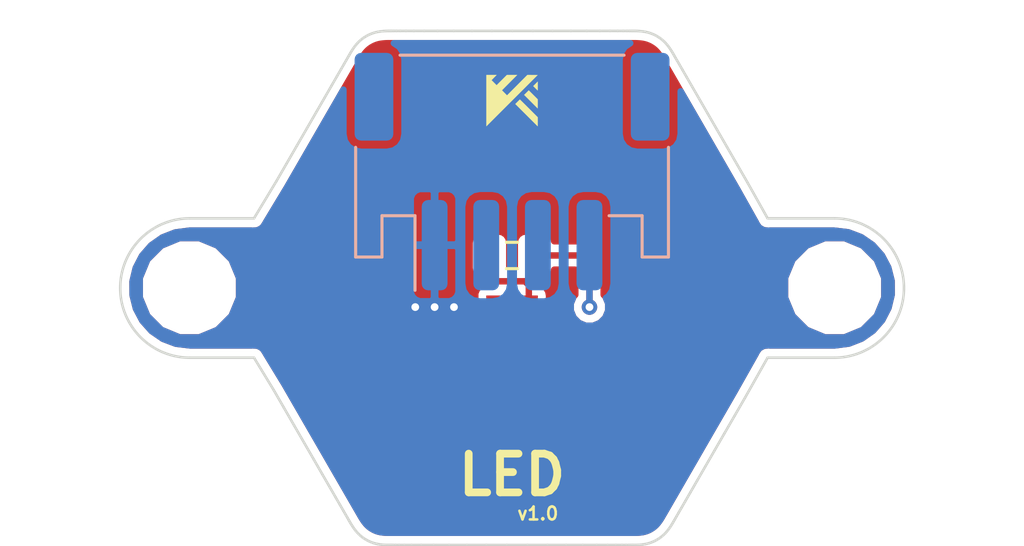
<source format=kicad_pcb>
(kicad_pcb (version 20171130) (host pcbnew 5.0.2-5.fc29)

  (general
    (thickness 1.6)
    (drawings 224)
    (tracks 13)
    (zones 0)
    (modules 6)
    (nets 6)
  )

  (page A4)
  (layers
    (0 F.Cu signal)
    (31 B.Cu signal)
    (32 B.Adhes user)
    (33 F.Adhes user)
    (34 B.Paste user)
    (35 F.Paste user)
    (36 B.SilkS user)
    (37 F.SilkS user)
    (38 B.Mask user)
    (39 F.Mask user)
    (40 Dwgs.User user)
    (41 Cmts.User user)
    (42 Eco1.User user)
    (43 Eco2.User user)
    (44 Edge.Cuts user)
    (45 Margin user)
    (46 B.CrtYd user)
    (47 F.CrtYd user)
    (48 B.Fab user)
    (49 F.Fab user)
  )

  (setup
    (last_trace_width 0.25)
    (user_trace_width 0.2)
    (user_trace_width 0.25)
    (user_trace_width 0.3)
    (user_trace_width 0.35)
    (user_trace_width 0.4)
    (trace_clearance 0.2)
    (zone_clearance 0.3)
    (zone_45_only no)
    (trace_min 0.2)
    (segment_width 0.2)
    (edge_width 0.15)
    (via_size 0.6)
    (via_drill 0.3)
    (via_min_size 0.6)
    (via_min_drill 0.3)
    (user_via 0.6 0.3)
    (uvia_size 0.3)
    (uvia_drill 0.1)
    (uvias_allowed no)
    (uvia_min_size 0.2)
    (uvia_min_drill 0.1)
    (pcb_text_width 0.3)
    (pcb_text_size 1.5 1.5)
    (mod_edge_width 0.15)
    (mod_text_size 1 1)
    (mod_text_width 0.15)
    (pad_size 1.524 1.524)
    (pad_drill 0.762)
    (pad_to_mask_clearance 0.2)
    (solder_mask_min_width 0.25)
    (aux_axis_origin 0 0)
    (visible_elements 7FFFFFFF)
    (pcbplotparams
      (layerselection 0x010fc_ffffffff)
      (usegerberextensions false)
      (usegerberattributes false)
      (usegerberadvancedattributes false)
      (creategerberjobfile false)
      (excludeedgelayer true)
      (linewidth 0.100000)
      (plotframeref false)
      (viasonmask false)
      (mode 1)
      (useauxorigin false)
      (hpglpennumber 1)
      (hpglpenspeed 20)
      (hpglpendiameter 15.000000)
      (psnegative false)
      (psa4output false)
      (plotreference true)
      (plotvalue true)
      (plotinvisibletext false)
      (padsonsilk false)
      (subtractmaskfromsilk false)
      (outputformat 1)
      (mirror false)
      (drillshape 0)
      (scaleselection 1)
      (outputdirectory "gerber/"))
  )

  (net 0 "")
  (net 1 /Signal)
  (net 2 "Net-(D1-Pad2)")
  (net 3 GND)
  (net 4 "Net-(J1-Pad2)")
  (net 5 "Net-(J1-Pad3)")

  (net_class Default "This is the default net class."
    (clearance 0.2)
    (trace_width 0.25)
    (via_dia 0.6)
    (via_drill 0.3)
    (uvia_dia 0.3)
    (uvia_drill 0.1)
    (add_net /Signal)
    (add_net GND)
    (add_net "Net-(D1-Pad2)")
    (add_net "Net-(J1-Pad2)")
    (add_net "Net-(J1-Pad3)")
  )

  (module MountingHole:MountingHole_3mm locked (layer F.Cu) (tedit 5C75506A) (tstamp 5C7557CD)
    (at 147.5 101.5)
    (descr "Mounting Hole 3mm, no annular")
    (tags "mounting hole 3mm no annular")
    (attr virtual)
    (fp_text reference REF** (at 0 -4) (layer F.SilkS) hide
      (effects (font (size 1 1) (thickness 0.15)))
    )
    (fp_text value MountingHole_3mm (at 0 4) (layer F.Fab)
      (effects (font (size 1 1) (thickness 0.15)))
    )
    (fp_text user %R (at 0.3 0) (layer F.Fab)
      (effects (font (size 1 1) (thickness 0.15)))
    )
    (fp_circle (center 0 0) (end 3 0) (layer Cmts.User) (width 0.15))
    (fp_circle (center 0 0) (end 3.25 0) (layer F.CrtYd) (width 0.05))
    (pad 1 np_thru_hole circle (at 0 0) (size 3 3) (drill 3) (layers *.Cu *.Mask))
  )

  (module Connector_JST:JST_PH_S4B-PH-SM4-TB_1x04-1MP_P2.00mm_Horizontal (layer B.Cu) (tedit 5C72D1F5) (tstamp 5C72D604)
    (at 135 97)
    (descr "JST PH series connector, S4B-PH-SM4-TB (http://www.jst-mfg.com/product/pdf/eng/ePH.pdf), generated with kicad-footprint-generator")
    (tags "connector JST PH top entry")
    (path /5AAC0F11)
    (attr smd)
    (fp_text reference J1 (at 0 5.8) (layer B.SilkS) hide
      (effects (font (size 1 1) (thickness 0.15)) (justify mirror))
    )
    (fp_text value Connector (at 0 -5.8) (layer B.Fab)
      (effects (font (size 1 1) (thickness 0.15)) (justify mirror))
    )
    (fp_line (start -5.95 3.2) (end -5.15 3.2) (layer B.Fab) (width 0.1))
    (fp_line (start -5.15 3.2) (end -5.15 1.6) (layer B.Fab) (width 0.1))
    (fp_line (start -5.15 1.6) (end 5.15 1.6) (layer B.Fab) (width 0.1))
    (fp_line (start 5.15 1.6) (end 5.15 3.2) (layer B.Fab) (width 0.1))
    (fp_line (start 5.15 3.2) (end 5.95 3.2) (layer B.Fab) (width 0.1))
    (fp_line (start -6.06 -0.94) (end -6.06 3.31) (layer B.SilkS) (width 0.12))
    (fp_line (start -6.06 3.31) (end -5.04 3.31) (layer B.SilkS) (width 0.12))
    (fp_line (start -5.04 3.31) (end -5.04 1.71) (layer B.SilkS) (width 0.12))
    (fp_line (start -5.04 1.71) (end -3.76 1.71) (layer B.SilkS) (width 0.12))
    (fp_line (start -3.76 1.71) (end -3.76 4.6) (layer B.SilkS) (width 0.12))
    (fp_line (start 6.06 -0.94) (end 6.06 3.31) (layer B.SilkS) (width 0.12))
    (fp_line (start 6.06 3.31) (end 5.04 3.31) (layer B.SilkS) (width 0.12))
    (fp_line (start 5.04 3.31) (end 5.04 1.71) (layer B.SilkS) (width 0.12))
    (fp_line (start 5.04 1.71) (end 3.76 1.71) (layer B.SilkS) (width 0.12))
    (fp_line (start -4.34 -4.51) (end 4.34 -4.51) (layer B.SilkS) (width 0.12))
    (fp_line (start -5.95 -4.4) (end 5.95 -4.4) (layer B.Fab) (width 0.1))
    (fp_line (start -5.95 3.2) (end -5.95 -4.4) (layer B.Fab) (width 0.1))
    (fp_line (start 5.95 3.2) (end 5.95 -4.4) (layer B.Fab) (width 0.1))
    (fp_line (start -6.6 5.1) (end -6.6 -5.1) (layer B.CrtYd) (width 0.05))
    (fp_line (start -6.6 -5.1) (end 6.6 -5.1) (layer B.CrtYd) (width 0.05))
    (fp_line (start 6.6 -5.1) (end 6.6 5.1) (layer B.CrtYd) (width 0.05))
    (fp_line (start 6.6 5.1) (end -6.6 5.1) (layer B.CrtYd) (width 0.05))
    (fp_line (start -3.5 1.6) (end -3 0.892893) (layer B.Fab) (width 0.1))
    (fp_line (start -3 0.892893) (end -2.5 1.6) (layer B.Fab) (width 0.1))
    (fp_text user %R (at 0 -1.5) (layer B.Fab)
      (effects (font (size 1 1) (thickness 0.15)) (justify mirror))
    )
    (pad 1 smd roundrect (at -3 2.85) (size 1 3.5) (layers B.Cu B.Paste B.Mask) (roundrect_rratio 0.25)
      (net 3 GND))
    (pad 2 smd roundrect (at -1 2.85) (size 1 3.5) (layers B.Cu B.Paste B.Mask) (roundrect_rratio 0.25)
      (net 4 "Net-(J1-Pad2)"))
    (pad 3 smd roundrect (at 1 2.85) (size 1 3.5) (layers B.Cu B.Paste B.Mask) (roundrect_rratio 0.25)
      (net 5 "Net-(J1-Pad3)"))
    (pad 4 smd roundrect (at 3 2.85) (size 1 3.5) (layers B.Cu B.Paste B.Mask) (roundrect_rratio 0.25)
      (net 1 /Signal))
    (pad MP smd roundrect (at -5.35 -2.9) (size 1.5 3.4) (layers B.Cu B.Paste B.Mask) (roundrect_rratio 0.166667))
    (pad MP smd roundrect (at 5.35 -2.9) (size 1.5 3.4) (layers B.Cu B.Paste B.Mask) (roundrect_rratio 0.166667))
    (model ${KISYS3DMOD}/Connector_JST.3dshapes/JST_PH_S4B-PH-SM4-TB_1x04-1MP_P2.00mm_Horizontal.wrl
      (at (xyz 0 0 0))
      (scale (xyz 1 1 1))
      (rotate (xyz 0 0 0))
    )
  )

  (module Resistor_SMD:R_0603_1608Metric (layer F.Cu) (tedit 5B223233) (tstamp 5AD0BE10)
    (at 135 100.25 180)
    (descr "Resistor SMD 0603 (1608 Metric), square (rectangular) end terminal, IPC_7351 nominal, (Body size source: http://www.tortai-tech.com/upload/download/2011102023233369053.pdf), generated with kicad-footprint-generator")
    (tags resistor)
    (path /5AAC1184)
    (attr smd)
    (fp_text reference R1 (at 0 -1.65 180) (layer F.SilkS) hide
      (effects (font (size 1 1) (thickness 0.15)))
    )
    (fp_text value 330 (at 0 1.65 180) (layer F.Fab)
      (effects (font (size 1 1) (thickness 0.15)))
    )
    (fp_line (start -0.8 0.4) (end -0.8 -0.4) (layer F.Fab) (width 0.1))
    (fp_line (start -0.8 -0.4) (end 0.8 -0.4) (layer F.Fab) (width 0.1))
    (fp_line (start 0.8 -0.4) (end 0.8 0.4) (layer F.Fab) (width 0.1))
    (fp_line (start 0.8 0.4) (end -0.8 0.4) (layer F.Fab) (width 0.1))
    (fp_line (start -0.22 -0.51) (end 0.22 -0.51) (layer F.SilkS) (width 0.12))
    (fp_line (start -0.22 0.51) (end 0.22 0.51) (layer F.SilkS) (width 0.12))
    (fp_line (start -1.46 0.75) (end -1.46 -0.75) (layer F.CrtYd) (width 0.05))
    (fp_line (start -1.46 -0.75) (end 1.46 -0.75) (layer F.CrtYd) (width 0.05))
    (fp_line (start 1.46 -0.75) (end 1.46 0.75) (layer F.CrtYd) (width 0.05))
    (fp_line (start 1.46 0.75) (end -1.46 0.75) (layer F.CrtYd) (width 0.05))
    (fp_text user %R (at 0 0 180) (layer F.Fab)
      (effects (font (size 0.5 0.5) (thickness 0.08)))
    )
    (pad 1 smd rect (at -0.875 0 180) (size 0.67 1) (layers F.Cu F.Paste F.Mask)
      (net 1 /Signal))
    (pad 2 smd rect (at 0.875 0 180) (size 0.67 1) (layers F.Cu F.Paste F.Mask)
      (net 2 "Net-(D1-Pad2)"))
    (model ${KISYS3DMOD}/Resistor_SMD.3dshapes/R_0603_1608Metric.wrl
      (at (xyz 0 0 0))
      (scale (xyz 1 1 1))
      (rotate (xyz 0 0 0))
    )
  )

  (module GiraffeTech-LED:LED_0603 (layer F.Cu) (tedit 5B223251) (tstamp 5B223282)
    (at 135 102.25)
    (path /5AAC0D9D)
    (fp_text reference D1 (at 0 1.27) (layer F.SilkS) hide
      (effects (font (size 1 1) (thickness 0.15)))
    )
    (fp_text value LED (at 0 -1.27) (layer F.Fab)
      (effects (font (size 1 1) (thickness 0.15)))
    )
    (pad 1 smd rect (at -0.65 0) (size 0.7 0.9) (layers F.Cu F.Paste F.Mask)
      (net 3 GND))
    (pad 2 smd rect (at 0.65 0) (size 0.7 0.9) (layers F.Cu F.Paste F.Mask)
      (net 2 "Net-(D1-Pad2)"))
  )

  (module GiraffeTech-Utility:MakerPlayground_logo_2x2mm (layer F.Cu) (tedit 0) (tstamp 5C72D87C)
    (at 135 94.25)
    (fp_text reference G*** (at 0 0) (layer F.SilkS) hide
      (effects (font (size 1.524 1.524) (thickness 0.3)))
    )
    (fp_text value LOGO (at 0.75 0) (layer F.SilkS) hide
      (effects (font (size 1.524 1.524) (thickness 0.3)))
    )
    (fp_poly (pts (xy 0.992188 -0.564543) (xy 0.992164 -0.528929) (xy 0.992097 -0.495895) (xy 0.991991 -0.466261)
      (xy 0.991852 -0.440843) (xy 0.991684 -0.420459) (xy 0.991492 -0.405926) (xy 0.991282 -0.398062)
      (xy 0.99116 -0.396875) (xy 0.988207 -0.399571) (xy 0.980351 -0.407199) (xy 0.968291 -0.419067)
      (xy 0.952725 -0.434484) (xy 0.934354 -0.452758) (xy 0.913876 -0.4732) (xy 0.906847 -0.480231)
      (xy 0.823563 -0.563586) (xy 0.907875 -0.647899) (xy 0.992188 -0.732211) (xy 0.992188 -0.564543)) (layer F.SilkS) (width 0.01))
    (fp_poly (pts (xy 0.992272 -0.049513) (xy 0.991238 0.124084) (xy 0.990203 0.297682) (xy 0.731231 0.038685)
      (xy 0.472259 -0.220311) (xy 0.559597 -0.307581) (xy 0.646934 -0.394851) (xy 0.992272 -0.049513)) (layer F.SilkS) (width 0.01))
    (fp_poly (pts (xy 0.306845 -0.036934) (xy 0.315366 -0.028902) (xy 0.328804 -0.015931) (xy 0.346812 0.001638)
      (xy 0.369045 0.023463) (xy 0.39516 0.049204) (xy 0.424812 0.078521) (xy 0.457655 0.111071)
      (xy 0.493344 0.146515) (xy 0.531535 0.184511) (xy 0.571883 0.224719) (xy 0.614044 0.266798)
      (xy 0.649934 0.302669) (xy 0.992273 0.645025) (xy 0.990203 0.990203) (xy 0.559594 0.560703)
      (xy 0.128984 0.131202) (xy 0.214278 0.045757) (xy 0.235683 0.024442) (xy 0.255382 0.005068)
      (xy 0.272657 -0.011676) (xy 0.28679 -0.025103) (xy 0.297063 -0.034528) (xy 0.302757 -0.039261)
      (xy 0.303583 -0.039687) (xy 0.306845 -0.036934)) (layer F.SilkS) (width 0.01))
    (fp_poly (pts (xy 0.790777 -0.991434) (xy 0.988227 -0.990203) (xy -0.992187 0.990197) (xy -0.992187 -0.992187)
      (xy -0.601395 -0.992187) (xy -0.646963 -0.945555) (xy -0.665935 -0.926151) (xy -0.688266 -0.903332)
      (xy -0.711752 -0.879346) (xy -0.734194 -0.856442) (xy -0.745114 -0.845303) (xy -0.797697 -0.791685)
      (xy -0.698482 -0.692529) (xy -0.599266 -0.593373) (xy -0.399829 -0.79278) (xy -0.200393 -0.992187)
      (xy 0.195473 -0.992187) (xy -0.099139 -0.695955) (xy -0.39375 -0.399723) (xy -0.194618 -0.200591)
      (xy 0.199355 -0.596628) (xy 0.593328 -0.992663) (xy 0.790777 -0.991434)) (layer F.SilkS) (width 0.01))
  )

  (module MountingHole:MountingHole_3mm locked (layer F.Cu) (tedit 5C75506A) (tstamp 5C7557BC)
    (at 122.5 101.5)
    (descr "Mounting Hole 3mm, no annular")
    (tags "mounting hole 3mm no annular")
    (attr virtual)
    (fp_text reference REF** (at 0 -4) (layer F.SilkS) hide
      (effects (font (size 1 1) (thickness 0.15)))
    )
    (fp_text value MountingHole_3mm (at 0 4) (layer F.Fab)
      (effects (font (size 1 1) (thickness 0.15)))
    )
    (fp_circle (center 0 0) (end 3.25 0) (layer F.CrtYd) (width 0.05))
    (fp_circle (center 0 0) (end 3 0) (layer Cmts.User) (width 0.15))
    (fp_text user %R (at 0.3 0) (layer F.Fab)
      (effects (font (size 1 1) (thickness 0.15)))
    )
    (pad 1 np_thru_hole circle (at 0 0) (size 3 3) (drill 3) (layers *.Cu *.Mask))
  )

  (gr_text v1.0 (at 136 110.25) (layer F.SilkS)
    (effects (font (size 0.5 0.5) (thickness 0.1)))
  )
  (gr_line (start 139.787 111.468) (end 139.848 111.466) (layer Edge.Cuts) (width 0.1))
  (gr_line (start 138.277 111.468) (end 138.699 111.468) (layer Edge.Cuts) (width 0.1))
  (gr_line (start 122.502 104.211) (end 125.002 104.211) (layer Edge.Cuts) (width 0.1))
  (gr_arc (start 147.502 101.511) (end 147.502 104.211) (angle -180) (layer Edge.Cuts) (width 0.1))
  (gr_line (start 147.502 98.811) (end 144.902 98.811) (layer Edge.Cuts) (width 0.1))
  (gr_arc (start 122.502 101.511) (end 122.502 98.811) (angle -180) (layer Edge.Cuts) (width 0.1))
  (gr_line (start 122.502 98.811) (end 125.002 98.811) (layer Edge.Cuts) (width 0.1))
  (gr_line (start 139.65 111.468) (end 139.689 111.468) (layer Edge.Cuts) (width 0.1))
  (gr_line (start 139.848 111.466) (end 139.915 111.463) (layer Edge.Cuts) (width 0.1))
  (gr_line (start 140.767 91.8543) (end 140.698 91.8056) (layer Edge.Cuts) (width 0.1))
  (gr_line (start 139.701 91.5497) (end 139.661 91.5497) (layer Edge.Cuts) (width 0.1))
  (gr_line (start 125.002 104.211) (end 125.765 105.464) (layer Edge.Cuts) (width 0.1))
  (gr_line (start 129.471 111.328) (end 129.549 111.361) (layer Edge.Cuts) (width 0.1))
  (gr_line (start 130.016 111.46) (end 130.086 111.465) (layer Edge.Cuts) (width 0.1))
  (gr_line (start 131.962 111.468) (end 132.561 111.468) (layer Edge.Cuts) (width 0.1))
  (gr_line (start 125.765 105.464) (end 126.157 106.143) (layer Edge.Cuts) (width 0.1))
  (gr_line (start 129.059 111.044) (end 129.12 111.101) (layer Edge.Cuts) (width 0.1))
  (gr_line (start 128.337 109.919) (end 128.466 110.142) (layer Edge.Cuts) (width 0.1))
  (gr_line (start 128.619 110.407) (end 128.659 110.477) (layer Edge.Cuts) (width 0.1))
  (gr_line (start 141.174 92.3207) (end 141.138 92.2648) (layer Edge.Cuts) (width 0.1))
  (gr_line (start 133.451 91.5497) (end 132.739 91.5497) (layer Edge.Cuts) (width 0.1))
  (gr_line (start 141.392 92.6944) (end 141.335 92.5953) (layer Edge.Cuts) (width 0.1))
  (gr_line (start 129.396 111.291) (end 129.471 111.328) (layer Edge.Cuts) (width 0.1))
  (gr_line (start 126.556 106.834) (end 126.948 107.513) (layer Edge.Cuts) (width 0.1))
  (gr_line (start 140.877 111.071) (end 140.936 111.013) (layer Edge.Cuts) (width 0.1))
  (gr_line (start 140.379 111.374) (end 140.457 111.344) (layer Edge.Cuts) (width 0.1))
  (gr_line (start 141.254 92.4551) (end 141.232 92.4171) (layer Edge.Cuts) (width 0.1))
  (gr_line (start 140.477 91.6835) (end 140.4 91.6517) (layer Edge.Cuts) (width 0.1))
  (gr_line (start 139.092 91.5497) (end 138.795 91.5497) (layer Edge.Cuts) (width 0.1))
  (gr_line (start 141.098 92.2057) (end 141.053 92.1445) (layer Edge.Cuts) (width 0.1))
  (gr_line (start 138.402 91.5497) (end 137.897 91.5497) (layer Edge.Cuts) (width 0.1))
  (gr_line (start 140.679 111.225) (end 140.748 111.177) (layer Edge.Cuts) (width 0.1))
  (gr_line (start 128.659 110.477) (end 128.685 110.522) (layer Edge.Cuts) (width 0.1))
  (gr_line (start 130.086 111.465) (end 130.149 111.467) (layer Edge.Cuts) (width 0.1))
  (gr_line (start 128.783 110.687) (end 128.818 110.742) (layer Edge.Cuts) (width 0.1))
  (gr_line (start 137.74 111.468) (end 138.277 111.468) (layer Edge.Cuts) (width 0.1))
  (gr_line (start 140.083 91.5723) (end 140.006 91.563) (layer Edge.Cuts) (width 0.1))
  (gr_line (start 137.278 91.5497) (end 136.572 91.5497) (layer Edge.Cuts) (width 0.1))
  (gr_line (start 139.617 91.5497) (end 139.554 91.5497) (layer Edge.Cuts) (width 0.1))
  (gr_line (start 139.456 91.5497) (end 139.307 91.5497) (layer Edge.Cuts) (width 0.1))
  (gr_line (start 139.933 91.5566) (end 139.865 91.5527) (layer Edge.Cuts) (width 0.1))
  (gr_line (start 141.165 110.712) (end 141.198 110.659) (layer Edge.Cuts) (width 0.1))
  (gr_line (start 141.086 110.829) (end 141.128 110.769) (layer Edge.Cuts) (width 0.1))
  (gr_line (start 143.623 106.461) (end 144.02 105.773) (layer Edge.Cuts) (width 0.1))
  (gr_line (start 143.225 107.149) (end 143.623 106.461) (layer Edge.Cuts) (width 0.1))
  (gr_line (start 143.332 96.0535) (end 142.943 95.3798) (layer Edge.Cuts) (width 0.1))
  (gr_line (start 130.254 111.468) (end 130.295 111.468) (layer Edge.Cuts) (width 0.1))
  (gr_line (start 134.798 111.468) (end 135.595 111.468) (layer Edge.Cuts) (width 0.1))
  (gr_line (start 137.897 91.5497) (end 137.278 91.5497) (layer Edge.Cuts) (width 0.1))
  (gr_line (start 141.335 92.5953) (end 141.298 92.5313) (layer Edge.Cuts) (width 0.1))
  (gr_line (start 136.572 91.5497) (end 135.808 91.5497) (layer Edge.Cuts) (width 0.1))
  (gr_line (start 129.943 111.454) (end 130.016 111.46) (layer Edge.Cuts) (width 0.1))
  (gr_line (start 128.914 92.1395) (end 128.869 92.2008) (layer Edge.Cuts) (width 0.1))
  (gr_line (start 130.22 91.5498) (end 130.165 91.5506) (layer Edge.Cuts) (width 0.1))
  (gr_line (start 141.274 92.4891) (end 141.254 92.4551) (layer Edge.Cuts) (width 0.1))
  (gr_line (start 129.808 91.5841) (end 129.728 91.601) (layer Edge.Cuts) (width 0.1))
  (gr_line (start 130.892 91.5497) (end 130.671 91.5497) (layer Edge.Cuts) (width 0.1))
  (gr_line (start 129.887 91.5714) (end 129.808 91.5841) (layer Edge.Cuts) (width 0.1))
  (gr_line (start 129.075 91.9581) (end 129.017 92.0168) (layer Edge.Cuts) (width 0.1))
  (gr_line (start 140.814 111.126) (end 140.877 111.071) (layer Edge.Cuts) (width 0.1))
  (gr_line (start 128.901 110.862) (end 128.95 110.924) (layer Edge.Cuts) (width 0.1))
  (gr_line (start 140.748 111.177) (end 140.814 111.126) (layer Edge.Cuts) (width 0.1))
  (gr_line (start 127.319 108.155) (end 127.653 108.735) (layer Edge.Cuts) (width 0.1))
  (gr_line (start 126.948 107.513) (end 127.319 108.155) (layer Edge.Cuts) (width 0.1))
  (gr_line (start 132.113 91.5497) (end 131.598 91.5497) (layer Edge.Cuts) (width 0.1))
  (gr_line (start 128.494 92.8278) (end 128.376 93.0317) (layer Edge.Cuts) (width 0.1))
  (gr_line (start 129.492 91.6808) (end 129.416 91.7168) (layer Edge.Cuts) (width 0.1))
  (gr_line (start 129.137 91.9024) (end 129.075 91.9581) (layer Edge.Cuts) (width 0.1))
  (gr_line (start 132.739 91.5497) (end 132.113 91.5497) (layer Edge.Cuts) (width 0.1))
  (gr_line (start 127.653 108.735) (end 127.938 109.227) (layer Edge.Cuts) (width 0.1))
  (gr_line (start 128.726 110.593) (end 128.752 110.637) (layer Edge.Cuts) (width 0.1))
  (gr_line (start 129.549 111.361) (end 129.627 111.389) (layer Edge.Cuts) (width 0.1))
  (gr_line (start 128.557 110.3) (end 128.619 110.407) (layer Edge.Cuts) (width 0.1))
  (gr_line (start 141.562 110.03) (end 141.714 109.767) (layer Edge.Cuts) (width 0.1))
  (gr_line (start 141.268 110.538) (end 141.291 110.5) (layer Edge.Cuts) (width 0.1))
  (gr_line (start 141.128 110.769) (end 141.165 110.712) (layer Edge.Cuts) (width 0.1))
  (gr_line (start 141.249 110.572) (end 141.268 110.538) (layer Edge.Cuts) (width 0.1))
  (gr_line (start 141.714 109.767) (end 141.915 109.419) (layer Edge.Cuts) (width 0.1))
  (gr_line (start 128.466 110.142) (end 128.557 110.3) (layer Edge.Cuts) (width 0.1))
  (gr_line (start 139.986 111.457) (end 140.062 111.449) (layer Edge.Cuts) (width 0.1))
  (gr_line (start 139.02 111.468) (end 139.256 111.468) (layer Edge.Cuts) (width 0.1))
  (gr_line (start 128.857 110.801) (end 128.901 110.862) (layer Edge.Cuts) (width 0.1))
  (gr_line (start 130.295 111.468) (end 130.337 111.468) (layer Edge.Cuts) (width 0.1))
  (gr_line (start 128.711 92.4523) (end 128.691 92.4862) (layer Edge.Cuts) (width 0.1))
  (gr_line (start 128.632 92.589) (end 128.576 92.6847) (layer Edge.Cuts) (width 0.1))
  (gr_line (start 130.165 91.5506) (end 130.103 91.5525) (layer Edge.Cuts) (width 0.1))
  (gr_line (start 128.215 93.3097) (end 128.004 93.6753) (layer Edge.Cuts) (width 0.1))
  (gr_line (start 140.893 91.9627) (end 140.832 91.9068) (layer Edge.Cuts) (width 0.1))
  (gr_line (start 140.4 91.6517) (end 140.321 91.6246) (layer Edge.Cuts) (width 0.1))
  (gr_line (start 127.413 94.6993) (end 127.051 95.3266) (layer Edge.Cuts) (width 0.1))
  (gr_line (start 127.051 95.3266) (end 126.663 95.9979) (layer Edge.Cuts) (width 0.1))
  (gr_line (start 126.663 95.9979) (end 126.265 96.6884) (layer Edge.Cuts) (width 0.1))
  (gr_line (start 126.265 96.6884) (end 125.869 97.3731) (layer Edge.Cuts) (width 0.1))
  (gr_line (start 140.936 111.013) (end 140.99 110.952) (layer Edge.Cuts) (width 0.1))
  (gr_line (start 135.808 91.5497) (end 135.014 91.5497) (layer Edge.Cuts) (width 0.1))
  (gr_line (start 135.014 91.5497) (end 134.219 91.5497) (layer Edge.Cuts) (width 0.1))
  (gr_line (start 139.803 91.5507) (end 139.748 91.5499) (layer Edge.Cuts) (width 0.1))
  (gr_line (start 141.138 92.2648) (end 141.098 92.2057) (layer Edge.Cuts) (width 0.1))
  (gr_line (start 129.252 111.204) (end 129.323 111.249) (layer Edge.Cuts) (width 0.1))
  (gr_line (start 129.707 111.412) (end 129.787 111.43) (layer Edge.Cuts) (width 0.1))
  (gr_line (start 130.206 111.468) (end 130.254 111.468) (layer Edge.Cuts) (width 0.1))
  (gr_line (start 139.256 111.468) (end 139.421 111.468) (layer Edge.Cuts) (width 0.1))
  (gr_line (start 139.689 111.468) (end 139.734 111.468) (layer Edge.Cuts) (width 0.1))
  (gr_line (start 140.607 111.269) (end 140.679 111.225) (layer Edge.Cuts) (width 0.1))
  (gr_line (start 139.748 91.5499) (end 139.701 91.5497) (layer Edge.Cuts) (width 0.1))
  (gr_line (start 139.554 91.5497) (end 139.456 91.5497) (layer Edge.Cuts) (width 0.1))
  (gr_line (start 134.219 91.5497) (end 133.451 91.5497) (layer Edge.Cuts) (width 0.1))
  (gr_line (start 126.157 106.143) (end 126.556 106.834) (layer Edge.Cuts) (width 0.1))
  (gr_line (start 137.095 111.468) (end 137.74 111.468) (layer Edge.Cuts) (width 0.1))
  (gr_line (start 131.479 111.468) (end 131.962 111.468) (layer Edge.Cuts) (width 0.1))
  (gr_line (start 129.12 111.101) (end 129.184 111.154) (layer Edge.Cuts) (width 0.1))
  (gr_line (start 141.226 110.612) (end 141.249 110.572) (layer Edge.Cuts) (width 0.1))
  (gr_line (start 144.02 105.773) (end 144.902 104.211) (layer Edge.Cuts) (width 0.1))
  (gr_line (start 141.198 110.659) (end 141.226 110.612) (layer Edge.Cuts) (width 0.1))
  (gr_line (start 140.99 110.952) (end 141.04 110.89) (layer Edge.Cuts) (width 0.1))
  (gr_line (start 142.486 108.43) (end 142.841 107.814) (layer Edge.Cuts) (width 0.1))
  (gr_line (start 136.37 111.468) (end 137.095 111.468) (layer Edge.Cuts) (width 0.1))
  (gr_line (start 128.705 110.557) (end 128.726 110.593) (layer Edge.Cuts) (width 0.1))
  (gr_line (start 130.486 111.468) (end 130.624 111.468) (layer Edge.Cuts) (width 0.1))
  (gr_line (start 135.595 111.468) (end 136.37 111.468) (layer Edge.Cuts) (width 0.1))
  (gr_line (start 139.532 111.468) (end 139.603 111.468) (layer Edge.Cuts) (width 0.1))
  (gr_line (start 128.828 92.2601) (end 128.792 92.3163) (layer Edge.Cuts) (width 0.1))
  (gr_line (start 129.963 91.5623) (end 129.887 91.5714) (layer Edge.Cuts) (width 0.1))
  (gr_line (start 129.649 91.6226) (end 129.57 91.6493) (layer Edge.Cuts) (width 0.1))
  (gr_line (start 128.792 92.3163) (end 128.76 92.368) (layer Edge.Cuts) (width 0.1))
  (gr_line (start 128.733 92.4137) (end 128.711 92.4523) (layer Edge.Cuts) (width 0.1))
  (gr_line (start 131.196 91.5497) (end 130.892 91.5497) (layer Edge.Cuts) (width 0.1))
  (gr_line (start 130.035 91.5562) (end 129.963 91.5623) (layer Edge.Cuts) (width 0.1))
  (gr_line (start 129.57 91.6493) (end 129.492 91.6808) (layer Edge.Cuts) (width 0.1))
  (gr_line (start 141.324 110.443) (end 141.375 110.355) (layer Edge.Cuts) (width 0.1))
  (gr_line (start 142.172 108.973) (end 142.486 108.43) (layer Edge.Cuts) (width 0.1))
  (gr_line (start 141.915 109.419) (end 142.172 108.973) (layer Edge.Cuts) (width 0.1))
  (gr_line (start 141.451 110.222) (end 141.562 110.03) (layer Edge.Cuts) (width 0.1))
  (gr_line (start 141.375 110.355) (end 141.451 110.222) (layer Edge.Cuts) (width 0.1))
  (gr_line (start 130.825 111.468) (end 131.105 111.468) (layer Edge.Cuts) (width 0.1))
  (gr_line (start 129.728 91.601) (end 129.649 91.6226) (layer Edge.Cuts) (width 0.1))
  (gr_line (start 129.342 91.7572) (end 129.271 91.8018) (layer Edge.Cuts) (width 0.1))
  (gr_line (start 131.598 91.5497) (end 131.196 91.5497) (layer Edge.Cuts) (width 0.1))
  (gr_line (start 129.627 111.389) (end 129.707 111.412) (layer Edge.Cuts) (width 0.1))
  (gr_line (start 129.184 111.154) (end 129.252 111.204) (layer Edge.Cuts) (width 0.1))
  (gr_line (start 140.062 111.449) (end 140.14 111.437) (layer Edge.Cuts) (width 0.1))
  (gr_line (start 130.337 111.468) (end 130.395 111.468) (layer Edge.Cuts) (width 0.1))
  (gr_line (start 134.007 111.468) (end 134.798 111.468) (layer Edge.Cuts) (width 0.1))
  (gr_line (start 128.164 109.619) (end 128.337 109.919) (layer Edge.Cuts) (width 0.1))
  (gr_line (start 128.752 110.637) (end 128.783 110.687) (layer Edge.Cuts) (width 0.1))
  (gr_line (start 128.685 110.522) (end 128.705 110.557) (layer Edge.Cuts) (width 0.1))
  (gr_line (start 131.105 111.468) (end 131.479 111.468) (layer Edge.Cuts) (width 0.1))
  (gr_line (start 129.002 110.985) (end 129.059 111.044) (layer Edge.Cuts) (width 0.1))
  (gr_line (start 141.206 92.3719) (end 141.174 92.3207) (layer Edge.Cuts) (width 0.1))
  (gr_line (start 140.698 91.8056) (end 140.627 91.7607) (layer Edge.Cuts) (width 0.1))
  (gr_line (start 141.053 92.1445) (end 141.004 92.0828) (layer Edge.Cuts) (width 0.1))
  (gr_line (start 140.951 92.0217) (end 140.893 91.9627) (layer Edge.Cuts) (width 0.1))
  (gr_line (start 140.553 91.7199) (end 140.477 91.6835) (layer Edge.Cuts) (width 0.1))
  (gr_line (start 140.321 91.6246) (end 140.241 91.6026) (layer Edge.Cuts) (width 0.1))
  (gr_line (start 132.561 111.468) (end 133.252 111.468) (layer Edge.Cuts) (width 0.1))
  (gr_line (start 141.004 92.0828) (end 140.951 92.0217) (layer Edge.Cuts) (width 0.1))
  (gr_line (start 140.832 91.9068) (end 140.767 91.8543) (layer Edge.Cuts) (width 0.1))
  (gr_line (start 141.298 92.5313) (end 141.274 92.4891) (layer Edge.Cuts) (width 0.1))
  (gr_line (start 128.95 110.924) (end 129.002 110.985) (layer Edge.Cuts) (width 0.1))
  (gr_line (start 129.323 111.249) (end 129.396 111.291) (layer Edge.Cuts) (width 0.1))
  (gr_line (start 128.76 92.368) (end 128.733 92.4137) (layer Edge.Cuts) (width 0.1))
  (gr_line (start 125.869 97.3731) (end 125.002 98.811) (layer Edge.Cuts) (width 0.1))
  (gr_line (start 130.103 91.5525) (end 130.035 91.5562) (layer Edge.Cuts) (width 0.1))
  (gr_line (start 128.667 92.5273) (end 128.632 92.589) (layer Edge.Cuts) (width 0.1))
  (gr_line (start 128.576 92.6847) (end 128.494 92.8278) (layer Edge.Cuts) (width 0.1))
  (gr_line (start 138.699 111.468) (end 139.02 111.468) (layer Edge.Cuts) (width 0.1))
  (gr_line (start 130.624 111.468) (end 130.825 111.468) (layer Edge.Cuts) (width 0.1))
  (gr_line (start 133.252 111.468) (end 134.007 111.468) (layer Edge.Cuts) (width 0.1))
  (gr_line (start 141.763 93.3359) (end 141.599 93.0513) (layer Edge.Cuts) (width 0.1))
  (gr_line (start 141.599 93.0513) (end 141.478 92.8419) (layer Edge.Cuts) (width 0.1))
  (gr_line (start 141.478 92.8419) (end 141.392 92.6944) (layer Edge.Cuts) (width 0.1))
  (gr_line (start 144.125 97.4276) (end 143.731 96.7445) (layer Edge.Cuts) (width 0.1))
  (gr_line (start 143.731 96.7445) (end 143.332 96.0535) (layer Edge.Cuts) (width 0.1))
  (gr_line (start 139.915 111.463) (end 139.986 111.457) (layer Edge.Cuts) (width 0.1))
  (gr_line (start 141.04 110.89) (end 141.086 110.829) (layer Edge.Cuts) (width 0.1))
  (gr_line (start 141.291 110.5) (end 141.324 110.443) (layer Edge.Cuts) (width 0.1))
  (gr_line (start 142.841 107.814) (end 143.225 107.149) (layer Edge.Cuts) (width 0.1))
  (gr_line (start 144.902 98.811) (end 144.125 97.4276) (layer Edge.Cuts) (width 0.1))
  (gr_line (start 142.943 95.3798) (end 142.578 94.7479) (layer Edge.Cuts) (width 0.1))
  (gr_line (start 142.578 94.7479) (end 142.252 94.1829) (layer Edge.Cuts) (width 0.1))
  (gr_line (start 142.252 94.1829) (end 141.978 93.7092) (layer Edge.Cuts) (width 0.1))
  (gr_line (start 141.978 93.7092) (end 141.763 93.3359) (layer Edge.Cuts) (width 0.1))
  (gr_line (start 141.232 92.4171) (end 141.206 92.3719) (layer Edge.Cuts) (width 0.1))
  (gr_line (start 140.162 91.5853) (end 140.083 91.5723) (layer Edge.Cuts) (width 0.1))
  (gr_line (start 140.241 91.6026) (end 140.162 91.5853) (layer Edge.Cuts) (width 0.1))
  (gr_line (start 140.627 91.7607) (end 140.553 91.7199) (layer Edge.Cuts) (width 0.1))
  (gr_line (start 139.865 91.5527) (end 139.803 91.5507) (layer Edge.Cuts) (width 0.1))
  (gr_line (start 138.795 91.5497) (end 138.402 91.5497) (layer Edge.Cuts) (width 0.1))
  (gr_line (start 140.006 91.563) (end 139.933 91.5566) (layer Edge.Cuts) (width 0.1))
  (gr_line (start 129.787 111.43) (end 129.866 111.444) (layer Edge.Cuts) (width 0.1))
  (gr_line (start 140.22 111.421) (end 140.3 111.4) (layer Edge.Cuts) (width 0.1))
  (gr_line (start 130.149 111.467) (end 130.206 111.468) (layer Edge.Cuts) (width 0.1))
  (gr_line (start 139.603 111.468) (end 139.65 111.468) (layer Edge.Cuts) (width 0.1))
  (gr_line (start 140.457 111.344) (end 140.533 111.308) (layer Edge.Cuts) (width 0.1))
  (gr_line (start 129.866 111.444) (end 129.943 111.454) (layer Edge.Cuts) (width 0.1))
  (gr_line (start 139.661 91.5497) (end 139.617 91.5497) (layer Edge.Cuts) (width 0.1))
  (gr_line (start 139.307 91.5497) (end 139.092 91.5497) (layer Edge.Cuts) (width 0.1))
  (gr_line (start 127.938 109.227) (end 128.164 109.619) (layer Edge.Cuts) (width 0.1))
  (gr_line (start 147.502 104.211) (end 144.902 104.211) (layer Edge.Cuts) (width 0.1))
  (gr_line (start 130.266 91.5497) (end 130.22 91.5498) (layer Edge.Cuts) (width 0.1))
  (gr_line (start 129.202 91.8503) (end 129.137 91.9024) (layer Edge.Cuts) (width 0.1))
  (gr_line (start 128.376 93.0317) (end 128.215 93.3097) (layer Edge.Cuts) (width 0.1))
  (gr_line (start 139.734 111.468) (end 139.787 111.468) (layer Edge.Cuts) (width 0.1))
  (gr_line (start 140.14 111.437) (end 140.22 111.421) (layer Edge.Cuts) (width 0.1))
  (gr_line (start 128.963 92.0778) (end 128.914 92.1395) (layer Edge.Cuts) (width 0.1))
  (gr_line (start 128.869 92.2008) (end 128.828 92.2601) (layer Edge.Cuts) (width 0.1))
  (gr_line (start 130.305 91.5497) (end 130.266 91.5497) (layer Edge.Cuts) (width 0.1))
  (gr_line (start 129.017 92.0168) (end 128.963 92.0778) (layer Edge.Cuts) (width 0.1))
  (gr_line (start 130.671 91.5497) (end 130.518 91.5497) (layer Edge.Cuts) (width 0.1))
  (gr_line (start 129.416 91.7168) (end 129.342 91.7572) (layer Edge.Cuts) (width 0.1))
  (gr_line (start 129.271 91.8018) (end 129.202 91.8503) (layer Edge.Cuts) (width 0.1))
  (gr_line (start 130.35 91.5497) (end 130.305 91.5497) (layer Edge.Cuts) (width 0.1))
  (gr_line (start 130.518 91.5497) (end 130.416 91.5497) (layer Edge.Cuts) (width 0.1))
  (gr_line (start 128.004 93.6753) (end 127.736 94.1408) (layer Edge.Cuts) (width 0.1))
  (gr_line (start 127.736 94.1408) (end 127.413 94.6993) (layer Edge.Cuts) (width 0.1))
  (gr_line (start 128.691 92.4862) (end 128.667 92.5273) (layer Edge.Cuts) (width 0.1))
  (gr_line (start 130.416 91.5497) (end 130.35 91.5497) (layer Edge.Cuts) (width 0.1))
  (gr_line (start 140.533 111.308) (end 140.607 111.269) (layer Edge.Cuts) (width 0.1))
  (gr_line (start 128.818 110.742) (end 128.857 110.801) (layer Edge.Cuts) (width 0.1))
  (gr_line (start 130.395 111.468) (end 130.486 111.468) (layer Edge.Cuts) (width 0.1))
  (gr_line (start 139.421 111.468) (end 139.532 111.468) (layer Edge.Cuts) (width 0.1))
  (gr_line (start 140.3 111.4) (end 140.379 111.374) (layer Edge.Cuts) (width 0.1))
  (gr_text LED (at 135 108.75) (layer F.SilkS) (tstamp 5C7547EA)
    (effects (font (size 1.5 1.5) (thickness 0.3)))
  )

  (segment (start 135.875 100.25) (end 137.75 100.25) (width 0.25) (layer F.Cu) (net 1))
  (segment (start 137.75 100.25) (end 138 100.5) (width 0.25) (layer F.Cu) (net 1))
  (via (at 138 102.25) (size 0.6) (drill 0.3) (layers F.Cu B.Cu) (net 1))
  (segment (start 138 100.5) (end 138 102.25) (width 0.25) (layer F.Cu) (net 1))
  (segment (start 138 102.25) (end 138 99.85) (width 0.25) (layer B.Cu) (net 1))
  (segment (start 135.65 101.4) (end 135.65 102.25) (width 0.25) (layer F.Cu) (net 2))
  (segment (start 135.5 101.25) (end 135.65 101.4) (width 0.25) (layer F.Cu) (net 2))
  (segment (start 134.25 101.25) (end 135.5 101.25) (width 0.25) (layer F.Cu) (net 2))
  (segment (start 134.125 100.25) (end 134.125 101.125) (width 0.25) (layer F.Cu) (net 2))
  (segment (start 134.125 101.125) (end 134.25 101.25) (width 0.25) (layer F.Cu) (net 2))
  (via (at 132 102.25) (size 0.6) (drill 0.3) (layers F.Cu B.Cu) (net 3))
  (via (at 131.25 102.25) (size 0.6) (drill 0.3) (layers F.Cu B.Cu) (net 3))
  (via (at 132.75 102.25) (size 0.6) (drill 0.3) (layers F.Cu B.Cu) (net 3))

  (zone (net 3) (net_name GND) (layer B.Cu) (tstamp 5B56D755) (hatch edge 0.508)
    (connect_pads (clearance 0.3))
    (min_thickness 0.25)
    (fill yes (arc_segments 16) (thermal_gap 0.3) (thermal_bridge_width 0.3))
    (polygon
      (pts
        (xy 119.75 98.75) (xy 125 98.75) (xy 129 91.5) (xy 141 91.5) (xy 145 98.75)
        (xy 150.25 98.75) (xy 150.25 104.25) (xy 145 104.25) (xy 141 111.5) (xy 129 111.5)
        (xy 125 104.25) (xy 119.75 104.25)
      )
    )
    (filled_polygon
      (pts
        (xy 139.366816 92.166816) (xy 139.218689 92.388502) (xy 139.166674 92.65) (xy 139.166674 95.55) (xy 139.218689 95.811498)
        (xy 139.366816 96.033184) (xy 139.588502 96.181311) (xy 139.85 96.233326) (xy 140.85 96.233326) (xy 141.111498 96.181311)
        (xy 141.333184 96.033184) (xy 141.481311 95.811498) (xy 141.533326 95.55) (xy 141.533326 93.88886) (xy 141.543265 93.906116)
        (xy 141.543408 93.906538) (xy 141.566572 93.946584) (xy 141.589735 93.986802) (xy 141.590029 93.987138) (xy 141.840508 94.420173)
        (xy 142.143251 94.944866) (xy 142.143289 94.944977) (xy 142.167322 94.986584) (xy 142.189953 95.025806) (xy 142.190026 95.025889)
        (xy 142.530868 95.615964) (xy 142.944039 96.331528) (xy 142.944043 96.331533) (xy 143.320133 96.982857) (xy 143.712215 97.662633)
        (xy 144.450865 98.977756) (xy 144.454561 98.996335) (xy 144.496836 99.059604) (xy 144.51076 99.084395) (xy 144.522783 99.098437)
        (xy 144.559545 99.153455) (xy 144.583726 99.169612) (xy 144.602642 99.191704) (xy 144.661641 99.221673) (xy 144.716665 99.258439)
        (xy 144.74519 99.264113) (xy 144.771119 99.277284) (xy 144.837091 99.282394) (xy 144.855221 99.286) (xy 144.883654 99.286)
        (xy 144.959521 99.291876) (xy 144.97753 99.286) (xy 147.473362 99.286) (xy 148.03191 99.353591) (xy 148.531228 99.542268)
        (xy 148.971126 99.844602) (xy 149.326212 100.243141) (xy 149.575982 100.714875) (xy 149.706018 101.232569) (xy 149.708812 101.766333)
        (xy 149.584203 102.285368) (xy 149.33939 102.759686) (xy 148.988496 103.161923) (xy 148.551789 103.468846) (xy 148.054472 103.662742)
        (xy 147.498019 103.736) (xy 144.978086 103.736) (xy 144.960617 103.730256) (xy 144.884195 103.736) (xy 144.855221 103.736)
        (xy 144.837624 103.7395) (xy 144.772182 103.744419) (xy 144.745731 103.757779) (xy 144.716665 103.763561) (xy 144.662093 103.800025)
        (xy 144.60351 103.829615) (xy 144.584184 103.852081) (xy 144.559545 103.868545) (xy 144.523085 103.923111) (xy 144.511384 103.936714)
        (xy 144.497136 103.961947) (xy 144.454561 104.025665) (xy 144.450974 104.043699) (xy 143.607556 105.537374) (xy 143.211956 106.222949)
        (xy 142.837171 106.870819) (xy 142.837047 106.870961) (xy 142.813642 106.911493) (xy 142.790417 106.951641) (xy 142.790357 106.951818)
        (xy 142.452944 107.53614) (xy 142.452809 107.536295) (xy 142.429694 107.576405) (xy 142.406263 107.616982) (xy 142.406197 107.617177)
        (xy 142.074455 108.192818) (xy 141.784037 108.695037) (xy 141.783795 108.695314) (xy 141.760512 108.735719) (xy 141.737385 108.775713)
        (xy 141.737268 108.776058) (xy 141.503683 109.181424) (xy 141.303279 109.528391) (xy 141.14993 109.793725) (xy 141.062585 109.944809)
        (xy 141.061794 109.945719) (xy 141.039205 109.98525) (xy 141.016363 110.02476) (xy 141.015974 110.025904) (xy 140.963277 110.118123)
        (xy 140.936432 110.164445) (xy 140.936361 110.164525) (xy 140.912954 110.204955) (xy 140.889574 110.245297) (xy 140.889539 110.245398)
        (xy 140.88224 110.258006) (xy 140.88156 110.25913) (xy 140.876172 110.26545) (xy 140.857369 110.299098) (xy 140.837416 110.332064)
        (xy 140.834644 110.339707) (xy 140.81605 110.372044) (xy 140.792314 110.411888) (xy 140.764153 110.457115) (xy 140.734101 110.503411)
        (xy 140.701684 110.549721) (xy 140.6654 110.597838) (xy 140.6271 110.64533) (xy 140.591265 110.685809) (xy 140.554025 110.722418)
        (xy 140.51232 110.758828) (xy 140.466982 110.793861) (xy 140.419294 110.827036) (xy 140.372196 110.855818) (xy 140.320496 110.883066)
        (xy 140.269806 110.907076) (xy 140.219397 110.926465) (xy 140.165325 110.94426) (xy 140.113026 110.957989) (xy 140.057273 110.969139)
        (xy 140.000999 110.977797) (xy 139.941124 110.9841) (xy 139.884378 110.988895) (xy 139.829526 110.991351) (xy 139.779243 110.993)
        (xy 130.210144 110.993) (xy 130.160705 110.992133) (xy 130.110466 110.990538) (xy 130.052358 110.986387) (xy 129.993068 110.981514)
        (xy 129.938073 110.974372) (xy 129.880632 110.964192) (xy 129.824855 110.951643) (xy 129.773014 110.936738) (xy 129.72192 110.918397)
        (xy 129.668775 110.895912) (xy 129.619747 110.871725) (xy 129.5687 110.842356) (xy 129.520153 110.811587) (xy 129.47642 110.77943)
        (xy 129.433916 110.744233) (xy 129.392173 110.705226) (xy 129.353894 110.665605) (xy 129.317189 110.622546) (xy 129.280145 110.575674)
        (xy 129.247901 110.530973) (xy 129.21653 110.483513) (xy 129.185239 110.434342) (xy 129.15837 110.391005) (xy 129.135624 110.352512)
        (xy 129.119949 110.32564) (xy 129.119688 110.324873) (xy 129.096837 110.285323) (xy 129.074206 110.245719) (xy 129.073456 110.244857)
        (xy 129.070841 110.240329) (xy 129.053908 110.210696) (xy 129.053442 110.209332) (xy 129.03072 110.170118) (xy 129.008206 110.130719)
        (xy 129.007259 110.12963) (xy 128.96842 110.062601) (xy 128.900732 109.945078) (xy 128.900585 109.944645) (xy 128.877241 109.904291)
        (xy 128.854264 109.864397) (xy 128.853967 109.864057) (xy 128.748533 109.681798) (xy 128.575697 109.382082) (xy 128.372625 109.029851)
        (xy 128.372467 109.029387) (xy 128.349336 108.989456) (xy 128.326143 108.949227) (xy 128.325818 108.948856) (xy 128.064425 108.497609)
        (xy 127.753789 107.958183) (xy 127.753672 107.957838) (xy 127.73038 107.917532) (xy 127.707282 107.877422) (xy 127.707044 107.87715)
        (xy 127.359607 107.275926) (xy 126.990747 106.637008) (xy 126.99074 106.636988) (xy 126.963773 106.590285) (xy 126.943978 106.555998)
        (xy 126.943968 106.555986) (xy 126.566593 105.902437) (xy 126.196957 105.262175) (xy 126.19503 105.256907) (xy 126.173561 105.221651)
        (xy 126.152978 105.185998) (xy 126.149289 105.181792) (xy 125.451458 104.035814) (xy 125.449439 104.025665) (xy 125.402503 103.95542)
        (xy 125.38337 103.924) (xy 125.376554 103.916585) (xy 125.344455 103.868545) (xy 125.313202 103.847663) (xy 125.287768 103.819992)
        (xy 125.235372 103.795658) (xy 125.187335 103.763561) (xy 125.150469 103.756228) (xy 125.116382 103.740397) (xy 125.058668 103.737967)
        (xy 125.048779 103.736) (xy 125.011948 103.736) (xy 124.927584 103.732448) (xy 124.917872 103.736) (xy 122.530638 103.736)
        (xy 121.97209 103.668409) (xy 121.472772 103.479732) (xy 121.032871 103.177397) (xy 120.677788 102.77886) (xy 120.428019 102.307127)
        (xy 120.297982 101.78943) (xy 120.295188 101.255666) (xy 120.328456 101.117094) (xy 120.575 101.117094) (xy 120.575 101.882906)
        (xy 120.868064 102.590425) (xy 121.409575 103.131936) (xy 122.117094 103.425) (xy 122.882906 103.425) (xy 123.590425 103.131936)
        (xy 124.131936 102.590425) (xy 124.425 101.882906) (xy 124.425 101.117094) (xy 124.131936 100.409575) (xy 123.703611 99.98125)
        (xy 131.075 99.98125) (xy 131.075 101.684538) (xy 131.139702 101.840743) (xy 131.259257 101.960298) (xy 131.415462 102.025)
        (xy 131.86875 102.025) (xy 131.975 101.91875) (xy 131.975 99.875) (xy 132.025 99.875) (xy 132.025 101.91875)
        (xy 132.13125 102.025) (xy 132.584538 102.025) (xy 132.740743 101.960298) (xy 132.860298 101.840743) (xy 132.925 101.684538)
        (xy 132.925 99.98125) (xy 132.81875 99.875) (xy 132.025 99.875) (xy 131.975 99.875) (xy 131.18125 99.875)
        (xy 131.075 99.98125) (xy 123.703611 99.98125) (xy 123.590425 99.868064) (xy 122.882906 99.575) (xy 122.117094 99.575)
        (xy 121.409575 99.868064) (xy 120.868064 100.409575) (xy 120.575 101.117094) (xy 120.328456 101.117094) (xy 120.419797 100.736632)
        (xy 120.66461 100.262314) (xy 121.015504 99.860077) (xy 121.452211 99.553154) (xy 121.949528 99.359258) (xy 122.505981 99.286)
        (xy 124.918941 99.286) (xy 124.929676 99.289873) (xy 125.012989 99.286) (xy 125.048779 99.286) (xy 125.059694 99.283829)
        (xy 125.118438 99.281098) (xy 125.151501 99.265567) (xy 125.187335 99.258439) (xy 125.236242 99.22576) (xy 125.289474 99.200755)
        (xy 125.314078 99.173752) (xy 125.344455 99.153455) (xy 125.377132 99.10455) (xy 125.384621 99.096331) (xy 125.403085 99.065708)
        (xy 125.449439 98.996335) (xy 125.451666 98.985138) (xy 126.036344 98.015462) (xy 131.075 98.015462) (xy 131.075 99.71875)
        (xy 131.18125 99.825) (xy 131.975 99.825) (xy 131.975 97.78125) (xy 132.025 97.78125) (xy 132.025 99.825)
        (xy 132.81875 99.825) (xy 132.925 99.71875) (xy 132.925 98.35) (xy 133.066674 98.35) (xy 133.066674 101.35)
        (xy 133.118689 101.611498) (xy 133.266816 101.833184) (xy 133.488502 101.981311) (xy 133.75 102.033326) (xy 134.25 102.033326)
        (xy 134.511498 101.981311) (xy 134.733184 101.833184) (xy 134.881311 101.611498) (xy 134.933326 101.35) (xy 134.933326 98.35)
        (xy 135.066674 98.35) (xy 135.066674 101.35) (xy 135.118689 101.611498) (xy 135.266816 101.833184) (xy 135.488502 101.981311)
        (xy 135.75 102.033326) (xy 136.25 102.033326) (xy 136.511498 101.981311) (xy 136.733184 101.833184) (xy 136.881311 101.611498)
        (xy 136.933326 101.35) (xy 136.933326 98.35) (xy 137.066674 98.35) (xy 137.066674 101.35) (xy 137.118689 101.611498)
        (xy 137.266816 101.833184) (xy 137.361664 101.89656) (xy 137.275 102.105788) (xy 137.275 102.394212) (xy 137.385374 102.66068)
        (xy 137.58932 102.864626) (xy 137.855788 102.975) (xy 138.144212 102.975) (xy 138.41068 102.864626) (xy 138.614626 102.66068)
        (xy 138.725 102.394212) (xy 138.725 102.105788) (xy 138.638336 101.89656) (xy 138.733184 101.833184) (xy 138.881311 101.611498)
        (xy 138.933326 101.35) (xy 138.933326 101.117094) (xy 145.575 101.117094) (xy 145.575 101.882906) (xy 145.868064 102.590425)
        (xy 146.409575 103.131936) (xy 147.117094 103.425) (xy 147.882906 103.425) (xy 148.590425 103.131936) (xy 149.131936 102.590425)
        (xy 149.425 101.882906) (xy 149.425 101.117094) (xy 149.131936 100.409575) (xy 148.590425 99.868064) (xy 147.882906 99.575)
        (xy 147.117094 99.575) (xy 146.409575 99.868064) (xy 145.868064 100.409575) (xy 145.575 101.117094) (xy 138.933326 101.117094)
        (xy 138.933326 98.35) (xy 138.881311 98.088502) (xy 138.733184 97.866816) (xy 138.511498 97.718689) (xy 138.25 97.666674)
        (xy 137.75 97.666674) (xy 137.488502 97.718689) (xy 137.266816 97.866816) (xy 137.118689 98.088502) (xy 137.066674 98.35)
        (xy 136.933326 98.35) (xy 136.881311 98.088502) (xy 136.733184 97.866816) (xy 136.511498 97.718689) (xy 136.25 97.666674)
        (xy 135.75 97.666674) (xy 135.488502 97.718689) (xy 135.266816 97.866816) (xy 135.118689 98.088502) (xy 135.066674 98.35)
        (xy 134.933326 98.35) (xy 134.881311 98.088502) (xy 134.733184 97.866816) (xy 134.511498 97.718689) (xy 134.25 97.666674)
        (xy 133.75 97.666674) (xy 133.488502 97.718689) (xy 133.266816 97.866816) (xy 133.118689 98.088502) (xy 133.066674 98.35)
        (xy 132.925 98.35) (xy 132.925 98.015462) (xy 132.860298 97.859257) (xy 132.740743 97.739702) (xy 132.584538 97.675)
        (xy 132.13125 97.675) (xy 132.025 97.78125) (xy 131.975 97.78125) (xy 131.86875 97.675) (xy 131.415462 97.675)
        (xy 131.259257 97.739702) (xy 131.139702 97.859257) (xy 131.075 98.015462) (xy 126.036344 98.015462) (xy 126.25388 97.654685)
        (xy 126.256762 97.651404) (xy 126.277996 97.61469) (xy 126.299931 97.578311) (xy 126.301415 97.574197) (xy 126.652942 96.966394)
        (xy 126.653171 96.966133) (xy 126.675999 96.926529) (xy 126.699603 96.885716) (xy 126.699718 96.885377) (xy 127.07443 96.235281)
        (xy 127.438924 95.604652) (xy 127.439029 95.604532) (xy 127.461773 95.56512) (xy 127.485658 95.523795) (xy 127.485712 95.523637)
        (xy 127.824447 94.936652) (xy 128.124002 94.418691) (xy 128.124311 94.418338) (xy 128.147397 94.378239) (xy 128.170605 94.33811)
        (xy 128.170756 94.337665) (xy 128.415813 93.912018) (xy 128.466674 93.82389) (xy 128.466674 95.55) (xy 128.518689 95.811498)
        (xy 128.666816 96.033184) (xy 128.888502 96.181311) (xy 129.15 96.233326) (xy 130.15 96.233326) (xy 130.411498 96.181311)
        (xy 130.633184 96.033184) (xy 130.781311 95.811498) (xy 130.833326 95.55) (xy 130.833326 92.65) (xy 130.781311 92.388502)
        (xy 130.633184 92.166816) (xy 130.420494 92.0247) (xy 139.579506 92.0247)
      )
    )
  )
  (zone (net 3) (net_name GND) (layer F.Cu) (tstamp 5B56D752) (hatch edge 0.508)
    (connect_pads (clearance 0.3))
    (min_thickness 0.25)
    (fill yes (arc_segments 16) (thermal_gap 0.3) (thermal_bridge_width 0.3))
    (polygon
      (pts
        (xy 119.75 98.75) (xy 125 98.75) (xy 129 91.5) (xy 141 91.5) (xy 145 98.75)
        (xy 150.25 98.75) (xy 150.25 104.25) (xy 145 104.25) (xy 141 111.5) (xy 129 111.5)
        (xy 125 104.25) (xy 119.75 104.25)
      )
    )
    (filled_polygon
      (pts
        (xy 139.743496 92.024884) (xy 139.791912 92.025589) (xy 139.843731 92.027261) (xy 139.898661 92.030411) (xy 139.956769 92.035505)
        (xy 140.015935 92.042652) (xy 140.072573 92.051972) (xy 140.12715 92.063924) (xy 140.180827 92.078685) (xy 140.232124 92.096282)
        (xy 140.283611 92.117546) (xy 140.335566 92.14243) (xy 140.385164 92.169776) (xy 140.433951 92.200629) (xy 140.480513 92.233492)
        (xy 140.522009 92.267008) (xy 140.562959 92.304534) (xy 140.60188 92.344126) (xy 140.638434 92.386267) (xy 140.675555 92.433009)
        (xy 140.709829 92.479622) (xy 140.741603 92.52657) (xy 140.772894 92.575158) (xy 140.797406 92.614377) (xy 140.797485 92.614608)
        (xy 140.820318 92.654046) (xy 140.820864 92.655614) (xy 140.837 92.683044) (xy 140.843584 92.694491) (xy 140.844025 92.694995)
        (xy 140.863246 92.728195) (xy 140.863363 92.72854) (xy 140.885938 92.767588) (xy 140.90823 92.806785) (xy 140.90934 92.808068)
        (xy 140.923486 92.832536) (xy 140.957633 92.891903) (xy 140.958093 92.89324) (xy 140.980953 92.932447) (xy 141.003575 92.971778)
        (xy 141.004505 92.972842) (xy 141.067211 93.08039) (xy 141.187598 93.288729) (xy 141.350616 93.571626) (xy 141.543265 93.906116)
        (xy 141.543408 93.906538) (xy 141.566572 93.946584) (xy 141.589735 93.986802) (xy 141.590029 93.987138) (xy 141.840508 94.420173)
        (xy 142.143251 94.944866) (xy 142.143289 94.944977) (xy 142.167322 94.986584) (xy 142.189953 95.025806) (xy 142.190026 95.025889)
        (xy 142.530868 95.615964) (xy 142.944039 96.331528) (xy 142.944043 96.331533) (xy 143.320133 96.982857) (xy 143.712215 97.662633)
        (xy 144.450865 98.977756) (xy 144.454561 98.996335) (xy 144.496836 99.059604) (xy 144.51076 99.084395) (xy 144.522783 99.098437)
        (xy 144.559545 99.153455) (xy 144.583726 99.169612) (xy 144.602642 99.191704) (xy 144.661641 99.221673) (xy 144.716665 99.258439)
        (xy 144.74519 99.264113) (xy 144.771119 99.277284) (xy 144.837091 99.282394) (xy 144.855221 99.286) (xy 144.883654 99.286)
        (xy 144.959521 99.291876) (xy 144.97753 99.286) (xy 147.473362 99.286) (xy 148.03191 99.353591) (xy 148.531228 99.542268)
        (xy 148.971126 99.844602) (xy 149.326212 100.243141) (xy 149.575982 100.714875) (xy 149.706018 101.232569) (xy 149.708812 101.766333)
        (xy 149.584203 102.285368) (xy 149.33939 102.759686) (xy 148.988496 103.161923) (xy 148.551789 103.468846) (xy 148.054472 103.662742)
        (xy 147.498019 103.736) (xy 144.978086 103.736) (xy 144.960617 103.730256) (xy 144.884195 103.736) (xy 144.855221 103.736)
        (xy 144.837624 103.7395) (xy 144.772182 103.744419) (xy 144.745731 103.757779) (xy 144.716665 103.763561) (xy 144.662093 103.800025)
        (xy 144.60351 103.829615) (xy 144.584184 103.852081) (xy 144.559545 103.868545) (xy 144.523085 103.923111) (xy 144.511384 103.936714)
        (xy 144.497136 103.961947) (xy 144.454561 104.025665) (xy 144.450974 104.043699) (xy 143.607556 105.537374) (xy 143.211956 106.222949)
        (xy 142.837171 106.870819) (xy 142.837047 106.870961) (xy 142.813642 106.911493) (xy 142.790417 106.951641) (xy 142.790357 106.951818)
        (xy 142.452944 107.53614) (xy 142.452809 107.536295) (xy 142.429694 107.576405) (xy 142.406263 107.616982) (xy 142.406197 107.617177)
        (xy 142.074455 108.192818) (xy 141.784037 108.695037) (xy 141.783795 108.695314) (xy 141.760512 108.735719) (xy 141.737385 108.775713)
        (xy 141.737268 108.776058) (xy 141.503683 109.181424) (xy 141.303279 109.528391) (xy 141.14993 109.793725) (xy 141.062585 109.944809)
        (xy 141.061794 109.945719) (xy 141.039205 109.98525) (xy 141.016363 110.02476) (xy 141.015974 110.025904) (xy 140.963277 110.118123)
        (xy 140.936432 110.164445) (xy 140.936361 110.164525) (xy 140.912954 110.204955) (xy 140.889574 110.245297) (xy 140.889539 110.245398)
        (xy 140.88224 110.258006) (xy 140.88156 110.25913) (xy 140.876172 110.26545) (xy 140.857369 110.299098) (xy 140.837416 110.332064)
        (xy 140.834644 110.339707) (xy 140.81605 110.372044) (xy 140.792314 110.411888) (xy 140.764153 110.457115) (xy 140.734101 110.503411)
        (xy 140.701684 110.549721) (xy 140.6654 110.597838) (xy 140.6271 110.64533) (xy 140.591265 110.685809) (xy 140.554025 110.722418)
        (xy 140.51232 110.758828) (xy 140.466982 110.793861) (xy 140.419294 110.827036) (xy 140.372196 110.855818) (xy 140.320496 110.883066)
        (xy 140.269806 110.907076) (xy 140.219397 110.926465) (xy 140.165325 110.94426) (xy 140.113026 110.957989) (xy 140.057273 110.969139)
        (xy 140.000999 110.977797) (xy 139.941124 110.9841) (xy 139.884378 110.988895) (xy 139.829526 110.991351) (xy 139.779243 110.993)
        (xy 130.210144 110.993) (xy 130.160705 110.992133) (xy 130.110466 110.990538) (xy 130.052358 110.986387) (xy 129.993068 110.981514)
        (xy 129.938073 110.974372) (xy 129.880632 110.964192) (xy 129.824855 110.951643) (xy 129.773014 110.936738) (xy 129.72192 110.918397)
        (xy 129.668775 110.895912) (xy 129.619747 110.871725) (xy 129.5687 110.842356) (xy 129.520153 110.811587) (xy 129.47642 110.77943)
        (xy 129.433916 110.744233) (xy 129.392173 110.705226) (xy 129.353894 110.665605) (xy 129.317189 110.622546) (xy 129.280145 110.575674)
        (xy 129.247901 110.530973) (xy 129.21653 110.483513) (xy 129.185239 110.434342) (xy 129.15837 110.391005) (xy 129.135624 110.352512)
        (xy 129.119949 110.32564) (xy 129.119688 110.324873) (xy 129.096837 110.285323) (xy 129.074206 110.245719) (xy 129.073456 110.244857)
        (xy 129.070841 110.240329) (xy 129.053908 110.210696) (xy 129.053442 110.209332) (xy 129.03072 110.170118) (xy 129.008206 110.130719)
        (xy 129.007259 110.12963) (xy 128.96842 110.062601) (xy 128.900732 109.945078) (xy 128.900585 109.944645) (xy 128.877241 109.904291)
        (xy 128.854264 109.864397) (xy 128.853967 109.864057) (xy 128.748533 109.681798) (xy 128.575697 109.382082) (xy 128.372625 109.029851)
        (xy 128.372467 109.029387) (xy 128.349336 108.989456) (xy 128.326143 108.949227) (xy 128.325818 108.948856) (xy 128.064425 108.497609)
        (xy 127.753789 107.958183) (xy 127.753672 107.957838) (xy 127.73038 107.917532) (xy 127.707282 107.877422) (xy 127.707044 107.87715)
        (xy 127.359607 107.275926) (xy 126.990747 106.637008) (xy 126.99074 106.636988) (xy 126.963773 106.590285) (xy 126.943978 106.555998)
        (xy 126.943968 106.555986) (xy 126.566593 105.902437) (xy 126.196957 105.262175) (xy 126.19503 105.256907) (xy 126.173561 105.221651)
        (xy 126.152978 105.185998) (xy 126.149289 105.181792) (xy 125.451458 104.035814) (xy 125.449439 104.025665) (xy 125.402503 103.95542)
        (xy 125.38337 103.924) (xy 125.376554 103.916585) (xy 125.344455 103.868545) (xy 125.313202 103.847663) (xy 125.287768 103.819992)
        (xy 125.235372 103.795658) (xy 125.187335 103.763561) (xy 125.150469 103.756228) (xy 125.116382 103.740397) (xy 125.058668 103.737967)
        (xy 125.048779 103.736) (xy 125.011948 103.736) (xy 124.927584 103.732448) (xy 124.917872 103.736) (xy 122.530638 103.736)
        (xy 121.97209 103.668409) (xy 121.472772 103.479732) (xy 121.032871 103.177397) (xy 120.677788 102.77886) (xy 120.428019 102.307127)
        (xy 120.297982 101.78943) (xy 120.295188 101.255666) (xy 120.328456 101.117094) (xy 120.575 101.117094) (xy 120.575 101.882906)
        (xy 120.868064 102.590425) (xy 121.409575 103.131936) (xy 122.117094 103.425) (xy 122.882906 103.425) (xy 123.590425 103.131936)
        (xy 124.131936 102.590425) (xy 124.218579 102.38125) (xy 133.575 102.38125) (xy 133.575 102.784538) (xy 133.639702 102.940743)
        (xy 133.759257 103.060298) (xy 133.915462 103.125) (xy 134.21875 103.125) (xy 134.325 103.01875) (xy 134.325 102.275)
        (xy 133.68125 102.275) (xy 133.575 102.38125) (xy 124.218579 102.38125) (xy 124.425 101.882906) (xy 124.425 101.117094)
        (xy 124.131936 100.409575) (xy 123.590425 99.868064) (xy 123.305394 99.75) (xy 133.356674 99.75) (xy 133.356674 100.75)
        (xy 133.389659 100.915827) (xy 133.483592 101.056408) (xy 133.566809 101.112011) (xy 133.564225 101.125) (xy 133.575 101.179169)
        (xy 133.575 101.17917) (xy 133.606912 101.339599) (xy 133.708028 101.490931) (xy 133.639702 101.559257) (xy 133.575 101.715462)
        (xy 133.575 102.11875) (xy 133.68125 102.225) (xy 134.325 102.225) (xy 134.325 102.205) (xy 134.375 102.205)
        (xy 134.375 102.225) (xy 134.395 102.225) (xy 134.395 102.275) (xy 134.375 102.275) (xy 134.375 103.01875)
        (xy 134.48125 103.125) (xy 134.784538 103.125) (xy 134.940743 103.060298) (xy 134.994216 103.006825) (xy 135.134173 103.100341)
        (xy 135.3 103.133326) (xy 136 103.133326) (xy 136.165827 103.100341) (xy 136.306408 103.006408) (xy 136.400341 102.865827)
        (xy 136.433326 102.7) (xy 136.433326 101.8) (xy 136.400341 101.634173) (xy 136.306408 101.493592) (xy 136.205562 101.426209)
        (xy 136.210775 101.399999) (xy 136.2 101.34583) (xy 136.168089 101.185401) (xy 136.166703 101.183326) (xy 136.21 101.183326)
        (xy 136.375827 101.150341) (xy 136.516408 101.056408) (xy 136.610341 100.915827) (xy 136.63338 100.8) (xy 137.45 100.8)
        (xy 137.450001 101.774693) (xy 137.385374 101.83932) (xy 137.275 102.105788) (xy 137.275 102.394212) (xy 137.385374 102.66068)
        (xy 137.58932 102.864626) (xy 137.855788 102.975) (xy 138.144212 102.975) (xy 138.41068 102.864626) (xy 138.614626 102.66068)
        (xy 138.725 102.394212) (xy 138.725 102.105788) (xy 138.614626 101.83932) (xy 138.55 101.774694) (xy 138.55 101.117094)
        (xy 145.575 101.117094) (xy 145.575 101.882906) (xy 145.868064 102.590425) (xy 146.409575 103.131936) (xy 147.117094 103.425)
        (xy 147.882906 103.425) (xy 148.590425 103.131936) (xy 149.131936 102.590425) (xy 149.425 101.882906) (xy 149.425 101.117094)
        (xy 149.131936 100.409575) (xy 148.590425 99.868064) (xy 147.882906 99.575) (xy 147.117094 99.575) (xy 146.409575 99.868064)
        (xy 145.868064 100.409575) (xy 145.575 101.117094) (xy 138.55 101.117094) (xy 138.55 100.554164) (xy 138.560774 100.499999)
        (xy 138.55 100.445834) (xy 138.55 100.44583) (xy 138.518089 100.285401) (xy 138.396528 100.103472) (xy 138.350603 100.072786)
        (xy 138.177216 99.8994) (xy 138.146528 99.853472) (xy 137.964599 99.731911) (xy 137.80417 99.7) (xy 137.804169 99.7)
        (xy 137.75 99.689225) (xy 137.695831 99.7) (xy 136.63338 99.7) (xy 136.610341 99.584173) (xy 136.516408 99.443592)
        (xy 136.375827 99.349659) (xy 136.21 99.316674) (xy 135.54 99.316674) (xy 135.374173 99.349659) (xy 135.233592 99.443592)
        (xy 135.139659 99.584173) (xy 135.106674 99.75) (xy 135.106674 100.7) (xy 134.893326 100.7) (xy 134.893326 99.75)
        (xy 134.860341 99.584173) (xy 134.766408 99.443592) (xy 134.625827 99.349659) (xy 134.46 99.316674) (xy 133.79 99.316674)
        (xy 133.624173 99.349659) (xy 133.483592 99.443592) (xy 133.389659 99.584173) (xy 133.356674 99.75) (xy 123.305394 99.75)
        (xy 122.882906 99.575) (xy 122.117094 99.575) (xy 121.409575 99.868064) (xy 120.868064 100.409575) (xy 120.575 101.117094)
        (xy 120.328456 101.117094) (xy 120.419797 100.736632) (xy 120.66461 100.262314) (xy 121.015504 99.860077) (xy 121.452211 99.553154)
        (xy 121.949528 99.359258) (xy 122.505981 99.286) (xy 124.918941 99.286) (xy 124.929676 99.289873) (xy 125.012989 99.286)
        (xy 125.048779 99.286) (xy 125.059694 99.283829) (xy 125.118438 99.281098) (xy 125.151501 99.265567) (xy 125.187335 99.258439)
        (xy 125.236242 99.22576) (xy 125.289474 99.200755) (xy 125.314078 99.173752) (xy 125.344455 99.153455) (xy 125.377132 99.10455)
        (xy 125.384621 99.096331) (xy 125.403085 99.065708) (xy 125.449439 98.996335) (xy 125.451666 98.985138) (xy 126.25388 97.654685)
        (xy 126.256762 97.651404) (xy 126.277996 97.61469) (xy 126.299931 97.578311) (xy 126.301415 97.574197) (xy 126.652942 96.966394)
        (xy 126.653171 96.966133) (xy 126.675999 96.926529) (xy 126.699603 96.885716) (xy 126.699718 96.885377) (xy 127.07443 96.235281)
        (xy 127.438924 95.604652) (xy 127.439029 95.604532) (xy 127.461773 95.56512) (xy 127.485658 95.523795) (xy 127.485712 95.523637)
        (xy 127.824447 94.936652) (xy 128.124002 94.418691) (xy 128.124311 94.418338) (xy 128.147397 94.378239) (xy 128.170605 94.33811)
        (xy 128.170756 94.337665) (xy 128.415813 93.912018) (xy 128.626256 93.547383) (xy 128.763641 93.310161) (xy 128.763687 93.310108)
        (xy 128.785409 93.272573) (xy 128.810487 93.229271) (xy 128.810513 93.229194) (xy 128.882201 93.10532) (xy 128.882873 93.104549)
        (xy 128.905591 93.064904) (xy 128.928549 93.025233) (xy 128.92888 93.024262) (xy 128.987063 92.922726) (xy 129.019968 92.866494)
        (xy 129.022074 92.864055) (xy 129.043593 92.82612) (xy 129.065594 92.788522) (xy 129.066646 92.78548) (xy 129.078698 92.764236)
        (xy 129.098242 92.730766) (xy 129.100514 92.728146) (xy 129.121918 92.690592) (xy 129.143877 92.653371) (xy 129.144996 92.650173)
        (xy 129.166476 92.613816) (xy 129.193946 92.569435) (xy 129.223476 92.523335) (xy 129.255867 92.476487) (xy 129.291576 92.427843)
        (xy 129.327075 92.383144) (xy 129.364034 92.341394) (xy 129.402957 92.302001) (xy 129.444501 92.264678) (xy 129.487398 92.230295)
        (xy 129.534075 92.197486) (xy 129.58236 92.167155) (xy 129.631659 92.14024) (xy 129.682772 92.116029) (xy 129.735119 92.094888)
        (xy 129.787805 92.077082) (xy 129.839819 92.06286) (xy 129.894837 92.051238) (xy 129.952957 92.041895) (xy 130.011289 92.03491)
        (xy 130.067979 92.030107) (xy 130.123175 92.027104) (xy 130.175712 92.025494) (xy 130.223981 92.024792) (xy 130.266371 92.0247)
        (xy 139.70015 92.0247)
      )
    )
  )
)

</source>
